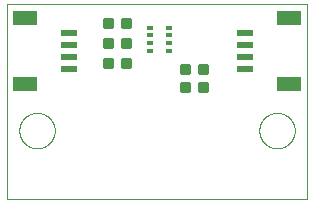
<source format=gtp>
G75*
%MOIN*%
%OFA0B0*%
%FSLAX25Y25*%
%IPPOS*%
%LPD*%
%AMOC8*
5,1,8,0,0,1.08239X$1,22.5*
%
%ADD10C,0.00000*%
%ADD11C,0.00875*%
%ADD12R,0.05315X0.02362*%
%ADD13R,0.07874X0.04724*%
%ADD14R,0.01969X0.01378*%
D10*
X0001350Y0002094D02*
X0001350Y0067055D01*
X0101035Y0067055D01*
X0101035Y0002094D01*
X0001350Y0002094D01*
X0005287Y0024929D02*
X0005289Y0025082D01*
X0005295Y0025236D01*
X0005305Y0025389D01*
X0005319Y0025541D01*
X0005337Y0025694D01*
X0005359Y0025845D01*
X0005384Y0025996D01*
X0005414Y0026147D01*
X0005448Y0026297D01*
X0005485Y0026445D01*
X0005526Y0026593D01*
X0005571Y0026739D01*
X0005620Y0026885D01*
X0005673Y0027029D01*
X0005729Y0027171D01*
X0005789Y0027312D01*
X0005853Y0027452D01*
X0005920Y0027590D01*
X0005991Y0027726D01*
X0006066Y0027860D01*
X0006143Y0027992D01*
X0006225Y0028122D01*
X0006309Y0028250D01*
X0006397Y0028376D01*
X0006488Y0028499D01*
X0006582Y0028620D01*
X0006680Y0028738D01*
X0006780Y0028854D01*
X0006884Y0028967D01*
X0006990Y0029078D01*
X0007099Y0029186D01*
X0007211Y0029291D01*
X0007325Y0029392D01*
X0007443Y0029491D01*
X0007562Y0029587D01*
X0007684Y0029680D01*
X0007809Y0029769D01*
X0007936Y0029856D01*
X0008065Y0029938D01*
X0008196Y0030018D01*
X0008329Y0030094D01*
X0008464Y0030167D01*
X0008601Y0030236D01*
X0008740Y0030301D01*
X0008880Y0030363D01*
X0009022Y0030421D01*
X0009165Y0030476D01*
X0009310Y0030527D01*
X0009456Y0030574D01*
X0009603Y0030617D01*
X0009751Y0030656D01*
X0009900Y0030692D01*
X0010050Y0030723D01*
X0010201Y0030751D01*
X0010352Y0030775D01*
X0010505Y0030795D01*
X0010657Y0030811D01*
X0010810Y0030823D01*
X0010963Y0030831D01*
X0011116Y0030835D01*
X0011270Y0030835D01*
X0011423Y0030831D01*
X0011576Y0030823D01*
X0011729Y0030811D01*
X0011881Y0030795D01*
X0012034Y0030775D01*
X0012185Y0030751D01*
X0012336Y0030723D01*
X0012486Y0030692D01*
X0012635Y0030656D01*
X0012783Y0030617D01*
X0012930Y0030574D01*
X0013076Y0030527D01*
X0013221Y0030476D01*
X0013364Y0030421D01*
X0013506Y0030363D01*
X0013646Y0030301D01*
X0013785Y0030236D01*
X0013922Y0030167D01*
X0014057Y0030094D01*
X0014190Y0030018D01*
X0014321Y0029938D01*
X0014450Y0029856D01*
X0014577Y0029769D01*
X0014702Y0029680D01*
X0014824Y0029587D01*
X0014943Y0029491D01*
X0015061Y0029392D01*
X0015175Y0029291D01*
X0015287Y0029186D01*
X0015396Y0029078D01*
X0015502Y0028967D01*
X0015606Y0028854D01*
X0015706Y0028738D01*
X0015804Y0028620D01*
X0015898Y0028499D01*
X0015989Y0028376D01*
X0016077Y0028250D01*
X0016161Y0028122D01*
X0016243Y0027992D01*
X0016320Y0027860D01*
X0016395Y0027726D01*
X0016466Y0027590D01*
X0016533Y0027452D01*
X0016597Y0027312D01*
X0016657Y0027171D01*
X0016713Y0027029D01*
X0016766Y0026885D01*
X0016815Y0026739D01*
X0016860Y0026593D01*
X0016901Y0026445D01*
X0016938Y0026297D01*
X0016972Y0026147D01*
X0017002Y0025996D01*
X0017027Y0025845D01*
X0017049Y0025694D01*
X0017067Y0025541D01*
X0017081Y0025389D01*
X0017091Y0025236D01*
X0017097Y0025082D01*
X0017099Y0024929D01*
X0017097Y0024776D01*
X0017091Y0024622D01*
X0017081Y0024469D01*
X0017067Y0024317D01*
X0017049Y0024164D01*
X0017027Y0024013D01*
X0017002Y0023862D01*
X0016972Y0023711D01*
X0016938Y0023561D01*
X0016901Y0023413D01*
X0016860Y0023265D01*
X0016815Y0023119D01*
X0016766Y0022973D01*
X0016713Y0022829D01*
X0016657Y0022687D01*
X0016597Y0022546D01*
X0016533Y0022406D01*
X0016466Y0022268D01*
X0016395Y0022132D01*
X0016320Y0021998D01*
X0016243Y0021866D01*
X0016161Y0021736D01*
X0016077Y0021608D01*
X0015989Y0021482D01*
X0015898Y0021359D01*
X0015804Y0021238D01*
X0015706Y0021120D01*
X0015606Y0021004D01*
X0015502Y0020891D01*
X0015396Y0020780D01*
X0015287Y0020672D01*
X0015175Y0020567D01*
X0015061Y0020466D01*
X0014943Y0020367D01*
X0014824Y0020271D01*
X0014702Y0020178D01*
X0014577Y0020089D01*
X0014450Y0020002D01*
X0014321Y0019920D01*
X0014190Y0019840D01*
X0014057Y0019764D01*
X0013922Y0019691D01*
X0013785Y0019622D01*
X0013646Y0019557D01*
X0013506Y0019495D01*
X0013364Y0019437D01*
X0013221Y0019382D01*
X0013076Y0019331D01*
X0012930Y0019284D01*
X0012783Y0019241D01*
X0012635Y0019202D01*
X0012486Y0019166D01*
X0012336Y0019135D01*
X0012185Y0019107D01*
X0012034Y0019083D01*
X0011881Y0019063D01*
X0011729Y0019047D01*
X0011576Y0019035D01*
X0011423Y0019027D01*
X0011270Y0019023D01*
X0011116Y0019023D01*
X0010963Y0019027D01*
X0010810Y0019035D01*
X0010657Y0019047D01*
X0010505Y0019063D01*
X0010352Y0019083D01*
X0010201Y0019107D01*
X0010050Y0019135D01*
X0009900Y0019166D01*
X0009751Y0019202D01*
X0009603Y0019241D01*
X0009456Y0019284D01*
X0009310Y0019331D01*
X0009165Y0019382D01*
X0009022Y0019437D01*
X0008880Y0019495D01*
X0008740Y0019557D01*
X0008601Y0019622D01*
X0008464Y0019691D01*
X0008329Y0019764D01*
X0008196Y0019840D01*
X0008065Y0019920D01*
X0007936Y0020002D01*
X0007809Y0020089D01*
X0007684Y0020178D01*
X0007562Y0020271D01*
X0007443Y0020367D01*
X0007325Y0020466D01*
X0007211Y0020567D01*
X0007099Y0020672D01*
X0006990Y0020780D01*
X0006884Y0020891D01*
X0006780Y0021004D01*
X0006680Y0021120D01*
X0006582Y0021238D01*
X0006488Y0021359D01*
X0006397Y0021482D01*
X0006309Y0021608D01*
X0006225Y0021736D01*
X0006143Y0021866D01*
X0006066Y0021998D01*
X0005991Y0022132D01*
X0005920Y0022268D01*
X0005853Y0022406D01*
X0005789Y0022546D01*
X0005729Y0022687D01*
X0005673Y0022829D01*
X0005620Y0022973D01*
X0005571Y0023119D01*
X0005526Y0023265D01*
X0005485Y0023413D01*
X0005448Y0023561D01*
X0005414Y0023711D01*
X0005384Y0023862D01*
X0005359Y0024013D01*
X0005337Y0024164D01*
X0005319Y0024317D01*
X0005305Y0024469D01*
X0005295Y0024622D01*
X0005289Y0024776D01*
X0005287Y0024929D01*
X0085287Y0024929D02*
X0085289Y0025082D01*
X0085295Y0025236D01*
X0085305Y0025389D01*
X0085319Y0025541D01*
X0085337Y0025694D01*
X0085359Y0025845D01*
X0085384Y0025996D01*
X0085414Y0026147D01*
X0085448Y0026297D01*
X0085485Y0026445D01*
X0085526Y0026593D01*
X0085571Y0026739D01*
X0085620Y0026885D01*
X0085673Y0027029D01*
X0085729Y0027171D01*
X0085789Y0027312D01*
X0085853Y0027452D01*
X0085920Y0027590D01*
X0085991Y0027726D01*
X0086066Y0027860D01*
X0086143Y0027992D01*
X0086225Y0028122D01*
X0086309Y0028250D01*
X0086397Y0028376D01*
X0086488Y0028499D01*
X0086582Y0028620D01*
X0086680Y0028738D01*
X0086780Y0028854D01*
X0086884Y0028967D01*
X0086990Y0029078D01*
X0087099Y0029186D01*
X0087211Y0029291D01*
X0087325Y0029392D01*
X0087443Y0029491D01*
X0087562Y0029587D01*
X0087684Y0029680D01*
X0087809Y0029769D01*
X0087936Y0029856D01*
X0088065Y0029938D01*
X0088196Y0030018D01*
X0088329Y0030094D01*
X0088464Y0030167D01*
X0088601Y0030236D01*
X0088740Y0030301D01*
X0088880Y0030363D01*
X0089022Y0030421D01*
X0089165Y0030476D01*
X0089310Y0030527D01*
X0089456Y0030574D01*
X0089603Y0030617D01*
X0089751Y0030656D01*
X0089900Y0030692D01*
X0090050Y0030723D01*
X0090201Y0030751D01*
X0090352Y0030775D01*
X0090505Y0030795D01*
X0090657Y0030811D01*
X0090810Y0030823D01*
X0090963Y0030831D01*
X0091116Y0030835D01*
X0091270Y0030835D01*
X0091423Y0030831D01*
X0091576Y0030823D01*
X0091729Y0030811D01*
X0091881Y0030795D01*
X0092034Y0030775D01*
X0092185Y0030751D01*
X0092336Y0030723D01*
X0092486Y0030692D01*
X0092635Y0030656D01*
X0092783Y0030617D01*
X0092930Y0030574D01*
X0093076Y0030527D01*
X0093221Y0030476D01*
X0093364Y0030421D01*
X0093506Y0030363D01*
X0093646Y0030301D01*
X0093785Y0030236D01*
X0093922Y0030167D01*
X0094057Y0030094D01*
X0094190Y0030018D01*
X0094321Y0029938D01*
X0094450Y0029856D01*
X0094577Y0029769D01*
X0094702Y0029680D01*
X0094824Y0029587D01*
X0094943Y0029491D01*
X0095061Y0029392D01*
X0095175Y0029291D01*
X0095287Y0029186D01*
X0095396Y0029078D01*
X0095502Y0028967D01*
X0095606Y0028854D01*
X0095706Y0028738D01*
X0095804Y0028620D01*
X0095898Y0028499D01*
X0095989Y0028376D01*
X0096077Y0028250D01*
X0096161Y0028122D01*
X0096243Y0027992D01*
X0096320Y0027860D01*
X0096395Y0027726D01*
X0096466Y0027590D01*
X0096533Y0027452D01*
X0096597Y0027312D01*
X0096657Y0027171D01*
X0096713Y0027029D01*
X0096766Y0026885D01*
X0096815Y0026739D01*
X0096860Y0026593D01*
X0096901Y0026445D01*
X0096938Y0026297D01*
X0096972Y0026147D01*
X0097002Y0025996D01*
X0097027Y0025845D01*
X0097049Y0025694D01*
X0097067Y0025541D01*
X0097081Y0025389D01*
X0097091Y0025236D01*
X0097097Y0025082D01*
X0097099Y0024929D01*
X0097097Y0024776D01*
X0097091Y0024622D01*
X0097081Y0024469D01*
X0097067Y0024317D01*
X0097049Y0024164D01*
X0097027Y0024013D01*
X0097002Y0023862D01*
X0096972Y0023711D01*
X0096938Y0023561D01*
X0096901Y0023413D01*
X0096860Y0023265D01*
X0096815Y0023119D01*
X0096766Y0022973D01*
X0096713Y0022829D01*
X0096657Y0022687D01*
X0096597Y0022546D01*
X0096533Y0022406D01*
X0096466Y0022268D01*
X0096395Y0022132D01*
X0096320Y0021998D01*
X0096243Y0021866D01*
X0096161Y0021736D01*
X0096077Y0021608D01*
X0095989Y0021482D01*
X0095898Y0021359D01*
X0095804Y0021238D01*
X0095706Y0021120D01*
X0095606Y0021004D01*
X0095502Y0020891D01*
X0095396Y0020780D01*
X0095287Y0020672D01*
X0095175Y0020567D01*
X0095061Y0020466D01*
X0094943Y0020367D01*
X0094824Y0020271D01*
X0094702Y0020178D01*
X0094577Y0020089D01*
X0094450Y0020002D01*
X0094321Y0019920D01*
X0094190Y0019840D01*
X0094057Y0019764D01*
X0093922Y0019691D01*
X0093785Y0019622D01*
X0093646Y0019557D01*
X0093506Y0019495D01*
X0093364Y0019437D01*
X0093221Y0019382D01*
X0093076Y0019331D01*
X0092930Y0019284D01*
X0092783Y0019241D01*
X0092635Y0019202D01*
X0092486Y0019166D01*
X0092336Y0019135D01*
X0092185Y0019107D01*
X0092034Y0019083D01*
X0091881Y0019063D01*
X0091729Y0019047D01*
X0091576Y0019035D01*
X0091423Y0019027D01*
X0091270Y0019023D01*
X0091116Y0019023D01*
X0090963Y0019027D01*
X0090810Y0019035D01*
X0090657Y0019047D01*
X0090505Y0019063D01*
X0090352Y0019083D01*
X0090201Y0019107D01*
X0090050Y0019135D01*
X0089900Y0019166D01*
X0089751Y0019202D01*
X0089603Y0019241D01*
X0089456Y0019284D01*
X0089310Y0019331D01*
X0089165Y0019382D01*
X0089022Y0019437D01*
X0088880Y0019495D01*
X0088740Y0019557D01*
X0088601Y0019622D01*
X0088464Y0019691D01*
X0088329Y0019764D01*
X0088196Y0019840D01*
X0088065Y0019920D01*
X0087936Y0020002D01*
X0087809Y0020089D01*
X0087684Y0020178D01*
X0087562Y0020271D01*
X0087443Y0020367D01*
X0087325Y0020466D01*
X0087211Y0020567D01*
X0087099Y0020672D01*
X0086990Y0020780D01*
X0086884Y0020891D01*
X0086780Y0021004D01*
X0086680Y0021120D01*
X0086582Y0021238D01*
X0086488Y0021359D01*
X0086397Y0021482D01*
X0086309Y0021608D01*
X0086225Y0021736D01*
X0086143Y0021866D01*
X0086066Y0021998D01*
X0085991Y0022132D01*
X0085920Y0022268D01*
X0085853Y0022406D01*
X0085789Y0022546D01*
X0085729Y0022687D01*
X0085673Y0022829D01*
X0085620Y0022973D01*
X0085571Y0023119D01*
X0085526Y0023265D01*
X0085485Y0023413D01*
X0085448Y0023561D01*
X0085414Y0023711D01*
X0085384Y0023862D01*
X0085359Y0024013D01*
X0085337Y0024164D01*
X0085319Y0024317D01*
X0085305Y0024469D01*
X0085295Y0024622D01*
X0085289Y0024776D01*
X0085287Y0024929D01*
D11*
X0065237Y0038081D02*
X0065237Y0040707D01*
X0067863Y0040707D01*
X0067863Y0038081D01*
X0065237Y0038081D01*
X0065237Y0038912D02*
X0067863Y0038912D01*
X0067863Y0039743D02*
X0065237Y0039743D01*
X0065237Y0040574D02*
X0067863Y0040574D01*
X0065237Y0044081D02*
X0065237Y0046707D01*
X0067863Y0046707D01*
X0067863Y0044081D01*
X0065237Y0044081D01*
X0065237Y0044912D02*
X0067863Y0044912D01*
X0067863Y0045743D02*
X0065237Y0045743D01*
X0065237Y0046574D02*
X0067863Y0046574D01*
X0059321Y0046752D02*
X0059321Y0044126D01*
X0059321Y0046752D02*
X0061947Y0046752D01*
X0061947Y0044126D01*
X0059321Y0044126D01*
X0059321Y0044957D02*
X0061947Y0044957D01*
X0061947Y0045788D02*
X0059321Y0045788D01*
X0059321Y0046619D02*
X0061947Y0046619D01*
X0059321Y0040752D02*
X0059321Y0038126D01*
X0059321Y0040752D02*
X0061947Y0040752D01*
X0061947Y0038126D01*
X0059321Y0038126D01*
X0059321Y0038957D02*
X0061947Y0038957D01*
X0061947Y0039788D02*
X0059321Y0039788D01*
X0059321Y0040619D02*
X0061947Y0040619D01*
X0042263Y0048707D02*
X0039637Y0048707D01*
X0042263Y0048707D02*
X0042263Y0046081D01*
X0039637Y0046081D01*
X0039637Y0048707D01*
X0039637Y0046912D02*
X0042263Y0046912D01*
X0042263Y0047743D02*
X0039637Y0047743D01*
X0039637Y0048574D02*
X0042263Y0048574D01*
X0042240Y0052848D02*
X0039614Y0052848D01*
X0039614Y0055474D01*
X0042240Y0055474D01*
X0042240Y0052848D01*
X0042240Y0053679D02*
X0039614Y0053679D01*
X0039614Y0054510D02*
X0042240Y0054510D01*
X0042240Y0055341D02*
X0039614Y0055341D01*
X0036240Y0052848D02*
X0033614Y0052848D01*
X0033614Y0055474D01*
X0036240Y0055474D01*
X0036240Y0052848D01*
X0036240Y0053679D02*
X0033614Y0053679D01*
X0033614Y0054510D02*
X0036240Y0054510D01*
X0036240Y0055341D02*
X0033614Y0055341D01*
X0033635Y0059447D02*
X0036261Y0059447D01*
X0033635Y0059447D02*
X0033635Y0062073D01*
X0036261Y0062073D01*
X0036261Y0059447D01*
X0036261Y0060278D02*
X0033635Y0060278D01*
X0033635Y0061109D02*
X0036261Y0061109D01*
X0036261Y0061940D02*
X0033635Y0061940D01*
X0039635Y0059447D02*
X0042261Y0059447D01*
X0039635Y0059447D02*
X0039635Y0062073D01*
X0042261Y0062073D01*
X0042261Y0059447D01*
X0042261Y0060278D02*
X0039635Y0060278D01*
X0039635Y0061109D02*
X0042261Y0061109D01*
X0042261Y0061940D02*
X0039635Y0061940D01*
X0036263Y0048707D02*
X0033637Y0048707D01*
X0036263Y0048707D02*
X0036263Y0046081D01*
X0033637Y0046081D01*
X0033637Y0048707D01*
X0033637Y0046912D02*
X0036263Y0046912D01*
X0036263Y0047743D02*
X0033637Y0047743D01*
X0033637Y0048574D02*
X0036263Y0048574D01*
D12*
X0021822Y0049535D03*
X0021822Y0045598D03*
X0021822Y0053472D03*
X0021822Y0057409D03*
X0080563Y0057409D03*
X0080563Y0053472D03*
X0080563Y0049535D03*
X0080563Y0045598D03*
D13*
X0095031Y0040480D03*
X0095031Y0062528D03*
X0007354Y0062528D03*
X0007354Y0040480D03*
D14*
X0048874Y0051575D03*
X0048874Y0054134D03*
X0048874Y0056693D03*
X0048874Y0059252D03*
X0055173Y0059252D03*
X0055173Y0056693D03*
X0055173Y0054134D03*
X0055173Y0051575D03*
M02*

</source>
